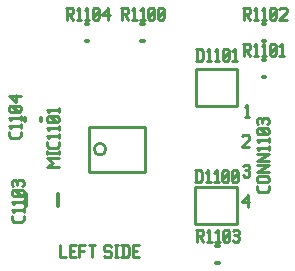
<source format=gbr>
G04 start of page 10 for group -4079 idx -4079 *
G04 Title: (unknown), topsilk *
G04 Creator: pcb 20110918 *
G04 CreationDate: Fri Sep 12 18:51:31 2014 UTC *
G04 For: fosse *
G04 Format: Gerber/RS-274X *
G04 PCB-Dimensions: 300000 300000 *
G04 PCB-Coordinate-Origin: lower left *
%MOIN*%
%FSLAX25Y25*%
%LNTOPSILK*%
%ADD64C,0.0130*%
%ADD63C,0.0100*%
G54D63*X21902Y215621D02*Y211621D01*
X23902D01*
X25102Y213821D02*X26602D01*
X25102Y211621D02*X27102D01*
X25102Y215621D02*Y211621D01*
Y215621D02*X27102D01*
X28302D02*Y211621D01*
Y215621D02*X30302D01*
X28302Y213821D02*X29802D01*
X31502Y215621D02*X33502D01*
X32502D02*Y211621D01*
X38502Y215621D02*X39002Y215121D01*
X37002Y215621D02*X38502D01*
X36502Y215121D02*X37002Y215621D01*
X36502Y215121D02*Y214121D01*
X37002Y213621D01*
X38502D01*
X39002Y213121D01*
Y212121D01*
X38502Y211621D02*X39002Y212121D01*
X37002Y211621D02*X38502D01*
X36502Y212121D02*X37002Y211621D01*
X40202Y215621D02*X41202D01*
X40702D02*Y211621D01*
X40202D02*X41202D01*
X42902Y215621D02*Y211621D01*
X44202Y215621D02*X44902Y214921D01*
Y212321D01*
X44202Y211621D02*X44902Y212321D01*
X42402Y211621D02*X44202D01*
X42402Y215621D02*X44202D01*
X46102Y213821D02*X47602D01*
X46102Y211621D02*X48102D01*
X46102Y215621D02*Y211621D01*
Y215621D02*X48102D01*
X83500Y261700D02*X84300Y262500D01*
Y258500D01*
X83500D02*X85000D01*
X82500Y252000D02*X83000Y252500D01*
X84500D01*
X85000Y252000D01*
Y251000D01*
X82500Y248500D02*X85000Y251000D01*
X82500Y248500D02*X85000D01*
X83000Y242000D02*X83500Y242500D01*
X84500D01*
X85000Y242000D01*
X84500Y238500D02*X85000Y239000D01*
X83500Y238500D02*X84500D01*
X83000Y239000D02*X83500Y238500D01*
Y240700D02*X84500D01*
X85000Y242000D02*Y241200D01*
Y240200D02*Y239000D01*
Y240200D02*X84500Y240700D01*
X85000Y241200D02*X84500Y240700D01*
X82500Y230000D02*X84500Y232500D01*
X82500Y230000D02*X85000D01*
X84500Y232500D02*Y228500D01*
G54D64*X73966Y215376D02*X74752D01*
X73966Y209866D02*X74752D01*
X48966Y289376D02*X49752D01*
X48966Y283866D02*X49752D01*
G54D63*X31511Y240158D02*X50094D01*
Y254961D02*Y240158D01*
X31511Y254961D02*Y240158D01*
Y254961D02*X50094D01*
X33277Y247670D02*G75*G03X35245Y245702I1968J0D01*G01*
G75*G03X37213Y247670I0J1968D01*G01*
G75*G03X35245Y249638I-1968J0D01*G01*
G75*G03X33277Y247670I0J-1968D01*G01*
G54D64*X30509Y289376D02*X31295D01*
X30509Y283866D02*X31295D01*
G54D63*X66902Y222671D02*X80802D01*
Y235071D02*Y222671D01*
X66902Y235071D02*X80802D01*
X66902D02*Y222671D01*
G54D64*X89509Y277376D02*X90295D01*
X89509Y271866D02*X90295D01*
X89509Y289376D02*X90295D01*
X89509Y283866D02*X90295D01*
X10147Y258014D02*Y257228D01*
X15657Y258014D02*Y257228D01*
X10588Y232589D02*Y228653D01*
X21216Y232589D02*Y228653D01*
G54D63*X67102Y262121D02*X81002D01*
Y274521D02*Y262121D01*
X67102Y274521D02*X81002D01*
X67102D02*Y262121D01*
X42209Y294771D02*X44209D01*
X44709Y294271D01*
Y293271D01*
X44209Y292771D02*X44709Y293271D01*
X42709Y292771D02*X44209D01*
X42709Y294771D02*Y290771D01*
X43509Y292771D02*X44709Y290771D01*
X45909Y293971D02*X46709Y294771D01*
Y290771D01*
X45909D02*X47409D01*
X48609Y293971D02*X49409Y294771D01*
Y290771D01*
X48609D02*X50109D01*
X51309Y291271D02*X51809Y290771D01*
X51309Y294271D02*Y291271D01*
Y294271D02*X51809Y294771D01*
X52809D01*
X53309Y294271D01*
Y291271D01*
X52809Y290771D02*X53309Y291271D01*
X51809Y290771D02*X52809D01*
X51309Y291771D02*X53309Y293771D01*
X54509Y291271D02*X55009Y290771D01*
X54509Y294271D02*Y291271D01*
Y294271D02*X55009Y294771D01*
X56009D01*
X56509Y294271D01*
Y291271D01*
X56009Y290771D02*X56509Y291271D01*
X55009Y290771D02*X56009D01*
X54509Y291771D02*X56509Y293771D01*
X17536Y241726D02*X21536D01*
X17536D02*X19536Y243226D01*
X17536Y244726D01*
X21536D01*
X17536Y246926D02*Y245926D01*
Y246426D02*X21536D01*
Y246926D02*Y245926D01*
Y250126D02*Y248826D01*
X20836Y248126D02*X21536Y248826D01*
X18236Y248126D02*X20836D01*
X18236D02*X17536Y248826D01*
Y250126D02*Y248826D01*
X18336Y251326D02*X17536Y252126D01*
X21536D01*
Y252826D02*Y251326D01*
X18336Y254026D02*X17536Y254826D01*
X21536D01*
Y255526D02*Y254026D01*
X21036Y256726D02*X21536Y257226D01*
X18036Y256726D02*X21036D01*
X18036D02*X17536Y257226D01*
Y258226D02*Y257226D01*
Y258226D02*X18036Y258726D01*
X21036D01*
X21536Y258226D02*X21036Y258726D01*
X21536Y258226D02*Y257226D01*
X20536Y256726D02*X18536Y258726D01*
X18336Y259926D02*X17536Y260726D01*
X21536D01*
Y261426D02*Y259926D01*
X23752Y294771D02*X25752D01*
X26252Y294271D01*
Y293271D01*
X25752Y292771D02*X26252Y293271D01*
X24252Y292771D02*X25752D01*
X24252Y294771D02*Y290771D01*
X25052Y292771D02*X26252Y290771D01*
X27452Y293971D02*X28252Y294771D01*
Y290771D01*
X27452D02*X28952D01*
X30152Y293971D02*X30952Y294771D01*
Y290771D01*
X30152D02*X31652D01*
X32852Y291271D02*X33352Y290771D01*
X32852Y294271D02*Y291271D01*
Y294271D02*X33352Y294771D01*
X34352D01*
X34852Y294271D01*
Y291271D01*
X34352Y290771D02*X34852Y291271D01*
X33352Y290771D02*X34352D01*
X32852Y291771D02*X34852Y293771D01*
X36052Y292271D02*X38052Y294771D01*
X36052Y292271D02*X38552D01*
X38052Y294771D02*Y290771D01*
X82752Y282771D02*X84752D01*
X85252Y282271D01*
Y281271D01*
X84752Y280771D02*X85252Y281271D01*
X83252Y280771D02*X84752D01*
X83252Y282771D02*Y278771D01*
X84052Y280771D02*X85252Y278771D01*
X86452Y281971D02*X87252Y282771D01*
Y278771D01*
X86452D02*X87952D01*
X89152Y281971D02*X89952Y282771D01*
Y278771D01*
X89152D02*X90652D01*
X91852Y279271D02*X92352Y278771D01*
X91852Y282271D02*Y279271D01*
Y282271D02*X92352Y282771D01*
X93352D01*
X93852Y282271D01*
Y279271D01*
X93352Y278771D02*X93852Y279271D01*
X92352Y278771D02*X93352D01*
X91852Y279771D02*X93852Y281771D01*
X95052Y281971D02*X95852Y282771D01*
Y278771D01*
X95052D02*X96552D01*
X82752Y294771D02*X84752D01*
X85252Y294271D01*
Y293271D01*
X84752Y292771D02*X85252Y293271D01*
X83252Y292771D02*X84752D01*
X83252Y294771D02*Y290771D01*
X84052Y292771D02*X85252Y290771D01*
X86452Y293971D02*X87252Y294771D01*
Y290771D01*
X86452D02*X87952D01*
X89152Y293971D02*X89952Y294771D01*
Y290771D01*
X89152D02*X90652D01*
X91852Y291271D02*X92352Y290771D01*
X91852Y294271D02*Y291271D01*
Y294271D02*X92352Y294771D01*
X93352D01*
X93852Y294271D01*
Y291271D01*
X93352Y290771D02*X93852Y291271D01*
X92352Y290771D02*X93352D01*
X91852Y291771D02*X93852Y293771D01*
X95052Y294271D02*X95552Y294771D01*
X97052D01*
X97552Y294271D01*
Y293271D01*
X95052Y290771D02*X97552Y293271D01*
X95052Y290771D02*X97552D01*
X67209Y220771D02*X69209D01*
X69709Y220271D01*
Y219271D01*
X69209Y218771D02*X69709Y219271D01*
X67709Y218771D02*X69209D01*
X67709Y220771D02*Y216771D01*
X68509Y218771D02*X69709Y216771D01*
X70909Y219971D02*X71709Y220771D01*
Y216771D01*
X70909D02*X72409D01*
X73609Y219971D02*X74409Y220771D01*
Y216771D01*
X73609D02*X75109D01*
X76309Y217271D02*X76809Y216771D01*
X76309Y220271D02*Y217271D01*
Y220271D02*X76809Y220771D01*
X77809D01*
X78309Y220271D01*
Y217271D01*
X77809Y216771D02*X78309Y217271D01*
X76809Y216771D02*X77809D01*
X76309Y217771D02*X78309Y219771D01*
X79509Y220271D02*X80009Y220771D01*
X81009D01*
X81509Y220271D01*
X81009Y216771D02*X81509Y217271D01*
X80009Y216771D02*X81009D01*
X79509Y217271D02*X80009Y216771D01*
Y218971D02*X81009D01*
X81509Y220271D02*Y219471D01*
Y218471D02*Y217271D01*
Y218471D02*X81009Y218971D01*
X81509Y219471D02*X81009Y218971D01*
X91500Y235500D02*Y234200D01*
X90800Y233500D02*X91500Y234200D01*
X88200Y233500D02*X90800D01*
X88200D02*X87500Y234200D01*
Y235500D02*Y234200D01*
X88000Y236700D02*X91000D01*
X88000D02*X87500Y237200D01*
Y238200D02*Y237200D01*
Y238200D02*X88000Y238700D01*
X91000D01*
X91500Y238200D02*X91000Y238700D01*
X91500Y238200D02*Y237200D01*
X91000Y236700D02*X91500Y237200D01*
X87500Y239900D02*X91500D01*
X87500D02*X91500Y242400D01*
X87500D02*X91500D01*
X87500Y243600D02*X91500D01*
X87500D02*X91500Y246100D01*
X87500D02*X91500D01*
X88300Y247300D02*X87500Y248100D01*
X91500D01*
Y248800D02*Y247300D01*
X88300Y250000D02*X87500Y250800D01*
X91500D01*
Y251500D02*Y250000D01*
X91000Y252700D02*X91500Y253200D01*
X88000Y252700D02*X91000D01*
X88000D02*X87500Y253200D01*
Y254200D02*Y253200D01*
Y254200D02*X88000Y254700D01*
X91000D01*
X91500Y254200D02*X91000Y254700D01*
X91500Y254200D02*Y253200D01*
X90500Y252700D02*X88500Y254700D01*
X88000Y255900D02*X87500Y256400D01*
Y257400D02*Y256400D01*
Y257400D02*X88000Y257900D01*
X91500Y257400D02*X91000Y257900D01*
X91500Y257400D02*Y256400D01*
X91000Y255900D02*X91500Y256400D01*
X89300Y257400D02*Y256400D01*
X88000Y257900D02*X88800D01*
X89800D02*X91000D01*
X89800D02*X89300Y257400D01*
X88800Y257900D02*X89300Y257400D01*
X8752Y253471D02*Y252171D01*
X8052Y251471D02*X8752Y252171D01*
X5452Y251471D02*X8052D01*
X5452D02*X4752Y252171D01*
Y253471D02*Y252171D01*
X5552Y254671D02*X4752Y255471D01*
X8752D01*
Y256171D02*Y254671D01*
X5552Y257371D02*X4752Y258171D01*
X8752D01*
Y258871D02*Y257371D01*
X8252Y260071D02*X8752Y260571D01*
X5252Y260071D02*X8252D01*
X5252D02*X4752Y260571D01*
Y261571D02*Y260571D01*
Y261571D02*X5252Y262071D01*
X8252D01*
X8752Y261571D02*X8252Y262071D01*
X8752Y261571D02*Y260571D01*
X7752Y260071D02*X5752Y262071D01*
X7252Y263271D02*X4752Y265271D01*
X7252Y265771D02*Y263271D01*
X4752Y265271D02*X8752D01*
X9752Y225471D02*Y224171D01*
X9052Y223471D02*X9752Y224171D01*
X6452Y223471D02*X9052D01*
X6452D02*X5752Y224171D01*
Y225471D02*Y224171D01*
X6552Y226671D02*X5752Y227471D01*
X9752D01*
Y228171D02*Y226671D01*
X6552Y229371D02*X5752Y230171D01*
X9752D01*
Y230871D02*Y229371D01*
X9252Y232071D02*X9752Y232571D01*
X6252Y232071D02*X9252D01*
X6252D02*X5752Y232571D01*
Y233571D02*Y232571D01*
Y233571D02*X6252Y234071D01*
X9252D01*
X9752Y233571D02*X9252Y234071D01*
X9752Y233571D02*Y232571D01*
X8752Y232071D02*X6752Y234071D01*
X6252Y235271D02*X5752Y235771D01*
Y236771D02*Y235771D01*
Y236771D02*X6252Y237271D01*
X9752Y236771D02*X9252Y237271D01*
X9752Y236771D02*Y235771D01*
X9252Y235271D02*X9752Y235771D01*
X7552Y236771D02*Y235771D01*
X6252Y237271D02*X7052D01*
X8052D02*X9252D01*
X8052D02*X7552Y236771D01*
X7052Y237271D02*X7552Y236771D01*
X67602Y281121D02*Y277121D01*
X68902Y281121D02*X69602Y280421D01*
Y277821D01*
X68902Y277121D02*X69602Y277821D01*
X67102Y277121D02*X68902D01*
X67102Y281121D02*X68902D01*
X70802Y280321D02*X71602Y281121D01*
Y277121D01*
X70802D02*X72302D01*
X73502Y280321D02*X74302Y281121D01*
Y277121D01*
X73502D02*X75002D01*
X76202Y277621D02*X76702Y277121D01*
X76202Y280621D02*Y277621D01*
Y280621D02*X76702Y281121D01*
X77702D01*
X78202Y280621D01*
Y277621D01*
X77702Y277121D02*X78202Y277621D01*
X76702Y277121D02*X77702D01*
X76202Y278121D02*X78202Y280121D01*
X79402Y280321D02*X80202Y281121D01*
Y277121D01*
X79402D02*X80902D01*
X67402Y240671D02*Y236671D01*
X68702Y240671D02*X69402Y239971D01*
Y237371D01*
X68702Y236671D02*X69402Y237371D01*
X66902Y236671D02*X68702D01*
X66902Y240671D02*X68702D01*
X70602Y239871D02*X71402Y240671D01*
Y236671D01*
X70602D02*X72102D01*
X73302Y239871D02*X74102Y240671D01*
Y236671D01*
X73302D02*X74802D01*
X76002Y237171D02*X76502Y236671D01*
X76002Y240171D02*Y237171D01*
Y240171D02*X76502Y240671D01*
X77502D01*
X78002Y240171D01*
Y237171D01*
X77502Y236671D02*X78002Y237171D01*
X76502Y236671D02*X77502D01*
X76002Y237671D02*X78002Y239671D01*
X79202Y237171D02*X79702Y236671D01*
X79202Y240171D02*Y237171D01*
Y240171D02*X79702Y240671D01*
X80702D01*
X81202Y240171D01*
Y237171D01*
X80702Y236671D02*X81202Y237171D01*
X79702Y236671D02*X80702D01*
X79202Y237671D02*X81202Y239671D01*
M02*

</source>
